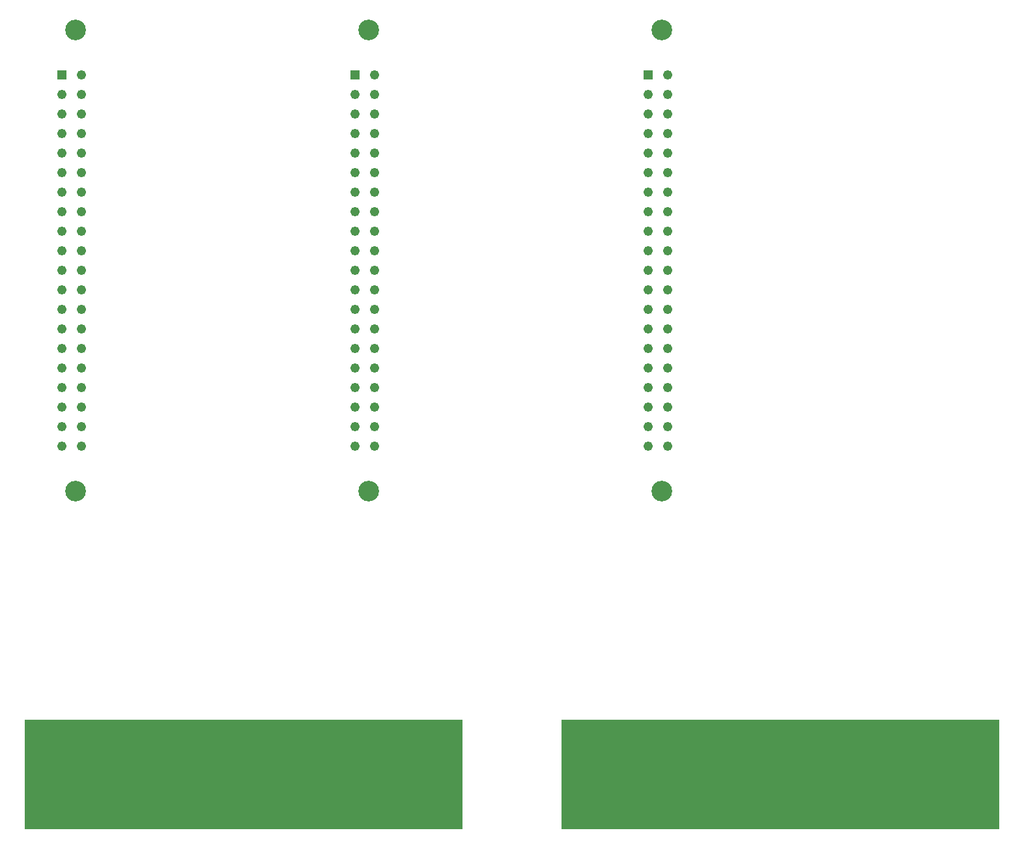
<source format=gbs>
G04 #@! TF.GenerationSoftware,KiCad,Pcbnew,(5.1.10)-1*
G04 #@! TF.CreationDate,2021-09-26T13:37:53-07:00*
G04 #@! TF.ProjectId,m9042-clone,6d393034-322d-4636-9c6f-6e652e6b6963,1*
G04 #@! TF.SameCoordinates,Original*
G04 #@! TF.FileFunction,Soldermask,Bot*
G04 #@! TF.FilePolarity,Negative*
%FSLAX46Y46*%
G04 Gerber Fmt 4.6, Leading zero omitted, Abs format (unit mm)*
G04 Created by KiCad (PCBNEW (5.1.10)-1) date 2021-09-26 13:37:53*
%MOMM*%
%LPD*%
G01*
G04 APERTURE LIST*
%ADD10C,0.100000*%
%ADD11C,1.240000*%
%ADD12R,1.240000X1.240000*%
%ADD13C,2.690000*%
%ADD14R,2.032000X13.208000*%
G04 APERTURE END LIST*
D10*
G36*
X403809200Y-304800000D02*
G01*
X346913200Y-304800000D01*
X346913200Y-290576000D01*
X403809200Y-290576000D01*
X403809200Y-304800000D01*
G37*
G36*
X334010000Y-304800000D02*
G01*
X277114000Y-304800000D01*
X277114000Y-290576000D01*
X334022700Y-290576000D01*
X334010000Y-304800000D01*
G37*
D11*
X360680000Y-255016000D03*
X358140000Y-255016000D03*
X360680000Y-252476000D03*
X358140000Y-252476000D03*
X360680000Y-249936000D03*
X358140000Y-249936000D03*
X360680000Y-247396000D03*
X358140000Y-247396000D03*
X360680000Y-244856000D03*
X358140000Y-244856000D03*
X360680000Y-242316000D03*
X358140000Y-242316000D03*
X360680000Y-239776000D03*
X358140000Y-239776000D03*
X360680000Y-237236000D03*
X358140000Y-237236000D03*
X360680000Y-234696000D03*
X358140000Y-234696000D03*
X360680000Y-232156000D03*
X358140000Y-232156000D03*
X360680000Y-229616000D03*
X358140000Y-229616000D03*
X360680000Y-227076000D03*
X358140000Y-227076000D03*
X360680000Y-224536000D03*
X358140000Y-224536000D03*
X360680000Y-221996000D03*
X358140000Y-221996000D03*
X360680000Y-219456000D03*
X358140000Y-219456000D03*
X360680000Y-216916000D03*
X358140000Y-216916000D03*
X360680000Y-214376000D03*
X358140000Y-214376000D03*
X360680000Y-211836000D03*
X358140000Y-211836000D03*
X360680000Y-209296000D03*
X358140000Y-209296000D03*
X360680000Y-206756000D03*
D12*
X358140000Y-206756000D03*
D13*
X359940000Y-260856000D03*
X359940000Y-200916000D03*
X321840000Y-200916000D03*
X321840000Y-260856000D03*
D12*
X320040000Y-206756000D03*
D11*
X322580000Y-206756000D03*
X320040000Y-209296000D03*
X322580000Y-209296000D03*
X320040000Y-211836000D03*
X322580000Y-211836000D03*
X320040000Y-214376000D03*
X322580000Y-214376000D03*
X320040000Y-216916000D03*
X322580000Y-216916000D03*
X320040000Y-219456000D03*
X322580000Y-219456000D03*
X320040000Y-221996000D03*
X322580000Y-221996000D03*
X320040000Y-224536000D03*
X322580000Y-224536000D03*
X320040000Y-227076000D03*
X322580000Y-227076000D03*
X320040000Y-229616000D03*
X322580000Y-229616000D03*
X320040000Y-232156000D03*
X322580000Y-232156000D03*
X320040000Y-234696000D03*
X322580000Y-234696000D03*
X320040000Y-237236000D03*
X322580000Y-237236000D03*
X320040000Y-239776000D03*
X322580000Y-239776000D03*
X320040000Y-242316000D03*
X322580000Y-242316000D03*
X320040000Y-244856000D03*
X322580000Y-244856000D03*
X320040000Y-247396000D03*
X322580000Y-247396000D03*
X320040000Y-249936000D03*
X322580000Y-249936000D03*
X320040000Y-252476000D03*
X322580000Y-252476000D03*
X320040000Y-255016000D03*
X322580000Y-255016000D03*
X284480000Y-255016000D03*
X281940000Y-255016000D03*
X284480000Y-252476000D03*
X281940000Y-252476000D03*
X284480000Y-249936000D03*
X281940000Y-249936000D03*
X284480000Y-247396000D03*
X281940000Y-247396000D03*
X284480000Y-244856000D03*
X281940000Y-244856000D03*
X284480000Y-242316000D03*
X281940000Y-242316000D03*
X284480000Y-239776000D03*
X281940000Y-239776000D03*
X284480000Y-237236000D03*
X281940000Y-237236000D03*
X284480000Y-234696000D03*
X281940000Y-234696000D03*
X284480000Y-232156000D03*
X281940000Y-232156000D03*
X284480000Y-229616000D03*
X281940000Y-229616000D03*
X284480000Y-227076000D03*
X281940000Y-227076000D03*
X284480000Y-224536000D03*
X281940000Y-224536000D03*
X284480000Y-221996000D03*
X281940000Y-221996000D03*
X284480000Y-219456000D03*
X281940000Y-219456000D03*
X284480000Y-216916000D03*
X281940000Y-216916000D03*
X284480000Y-214376000D03*
X281940000Y-214376000D03*
X284480000Y-211836000D03*
X281940000Y-211836000D03*
X284480000Y-209296000D03*
X281940000Y-209296000D03*
X284480000Y-206756000D03*
D12*
X281940000Y-206756000D03*
D13*
X283740000Y-260856000D03*
X283740000Y-200916000D03*
D14*
X332536800Y-297180000D03*
X329361800Y-297180000D03*
X326186800Y-297180000D03*
X323011800Y-297180000D03*
X319836800Y-297180000D03*
X316661800Y-297180000D03*
X313486800Y-297180000D03*
X310311800Y-297180000D03*
X307136800Y-297180000D03*
X303961800Y-297180000D03*
X300786800Y-297180000D03*
X297611800Y-297180000D03*
X294436800Y-297180000D03*
X291261800Y-297180000D03*
X288086800Y-297180000D03*
X284911800Y-297180000D03*
X281736800Y-297180000D03*
X278561800Y-297180000D03*
X348411800Y-297180000D03*
X351586800Y-297180000D03*
X354761800Y-297180000D03*
X357936800Y-297180000D03*
X361111800Y-297180000D03*
X364286800Y-297180000D03*
X367461800Y-297180000D03*
X370636800Y-297180000D03*
X373811800Y-297180000D03*
X376986800Y-297180000D03*
X380161800Y-297180000D03*
X383336800Y-297180000D03*
X386511800Y-297180000D03*
X389686800Y-297180000D03*
X392861800Y-297180000D03*
X396036800Y-297180000D03*
X399211800Y-297180000D03*
X402386800Y-297180000D03*
M02*

</source>
